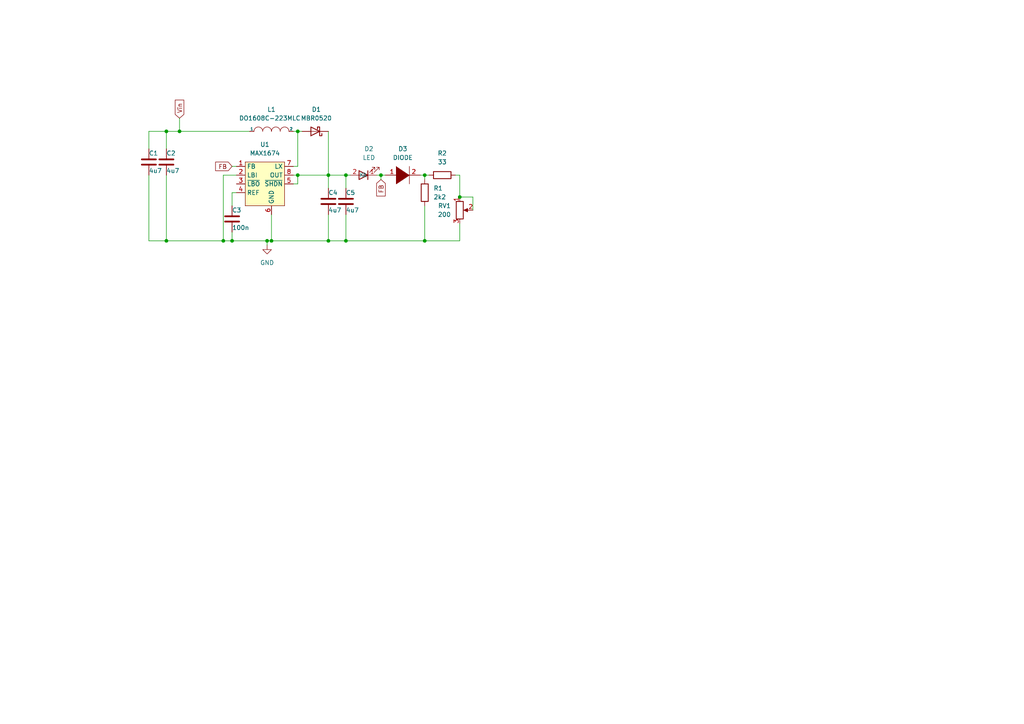
<source format=kicad_sch>
(kicad_sch (version 20230121) (generator eeschema)
  (paper "A4")
  (lib_symbols
    (symbol "Device:C" (pin_numbers hide) (pin_names (offset 0.254))
      (property "Reference" "C" (at 0.635 2.54 0))
      (property "Value" "C" (at 0.635 -2.54 0))
      (symbol "C_0_1"
        (polyline (pts (xy -2.032 -0.762) (xy 2.032 -0.762)) (stroke (width 0.508)))
        (polyline (pts (xy -2.032 0.762) (xy 2.032 0.762)) (stroke (width 0.508)))
      )
      (symbol "C_1_1"
        (pin passive line (at 0 3.81 270) (length 2.794) (name "~") (number "1"))
        (pin passive line (at 0 -3.81 90) (length 2.794) (name "~") (number "2"))
      )
    )
    (symbol "Device:D_Schottky" (pin_numbers hide) (pin_names (offset 1.016) hide)
      (property "Reference" "D" (at 0 2.54 0))
      (property "Value" "D_Schottky" (at 0 -2.54 0))
      (symbol "D_Schottky_0_1"
        (polyline (pts (xy 1.27 0) (xy -1.27 0)))
        (polyline (pts (xy 1.27 1.27) (xy 1.27 -1.27) (xy -1.27 0) (xy 1.27 1.27)) (stroke (width 0.254)))
        (polyline (pts (xy -1.905 0.635) (xy -1.905 1.27) (xy -1.27 1.27) (xy -1.27 -1.27) (xy -0.635 -1.27) (xy -0.635 -0.635)) (stroke (width 0.254)))
      )
      (symbol "D_Schottky_1_1"
        (pin passive line (at -3.81 0 0) (length 2.54) (name "K") (number "1"))
        (pin passive line (at 3.81 0 180) (length 2.54) (name "A") (number "2"))
      )
    )
    (symbol "Device:LED" (pin_names (offset 1.016))
      (property "Reference" "D" (at 0 2.54 0))
      (property "Value" "LED" (at 0 -2.54 0))
      (symbol "LED_0_1"
        (polyline (pts (xy -1.27 -1.27) (xy -1.27 1.27)) (stroke (width 0.254)))
        (polyline (pts (xy -1.27 0) (xy 1.27 0)))
        (polyline (pts (xy 1.27 -1.27) (xy 1.27 1.27) (xy -1.27 0) (xy 1.27 -1.27)) (stroke (width 0.254)))
        (polyline (pts (xy -3.048 -0.762) (xy -4.572 -2.286) (xy -3.81 -2.286) (xy -4.572 -2.286) (xy -4.572 -1.524)))
        (polyline (pts (xy -1.778 -0.762) (xy -3.302 -2.286) (xy -2.54 -2.286) (xy -3.302 -2.286) (xy -3.302 -1.524)))
      )
      (symbol "LED_1_1"
        (pin passive line (at -3.81 0 0) (length 2.54) (name "K") (number "1"))
        (pin passive line (at 3.81 0 180) (length 2.54) (name "A") (number "2"))
      )
    )
    (symbol "Device:R" (pin_numbers hide) (pin_names (offset 0))
      (property "Reference" "R" (at 2.032 0 90))
      (property "Value" "R" (at 0 0 90))
      (symbol "R_0_1"
        (rectangle (start -1.016 -2.54) (end 1.016 2.54) (stroke (width 0.254)))
      )
      (symbol "R_1_1"
        (pin passive line (at 0 3.81 270) (length 1.27) (name "~") (number "1"))
        (pin passive line (at 0 -3.81 90) (length 1.27) (name "~") (number "2"))
      )
    )
    (symbol "Device:R_Potentiometer" (pin_names (offset 1.016) hide)
      (property "Reference" "RV" (at -4.445 0 90))
      (property "Value" "R_Potentiometer" (at -2.54 0 90))
      (symbol "R_Potentiometer_0_1"
        (polyline (pts (xy 2.54 0) (xy 1.524 0)))
        (polyline (pts (xy 1.143 0) (xy 2.286 0.508) (xy 2.286 -0.508) (xy 1.143 0)) (fill (type outline)))
        (rectangle (start 1.016 2.54) (end -1.016 -2.54) (stroke (width 0.254)))
      )
      (symbol "R_Potentiometer_1_1"
        (pin passive line (at 0 3.81 270) (length 1.27) (name "1") (number "1"))
        (pin passive line (at 3.81 0 180) (length 1.27) (name "2") (number "2"))
        (pin passive line (at 0 -3.81 90) (length 1.27) (name "3") (number "3"))
      )
    )
    (symbol "personal2:MAX1674"
      (property "Reference" "U1" (at 0.635 7.62 0))
      (property "Value" "MAX1674" (at 0.635 5.08 0))
      (symbol "MAX1674_0_1"
        (rectangle (start -5.08 2.54) (end 6.35 -10.16) (fill (type background)))
      )
      (symbol "MAX1674_1_1"
        (pin input line (at -7.62 1.27 0) (length 2.54) (name "FB") (number "1"))
        (pin input line (at -7.62 -1.27 0) (length 2.54) (name "LBI") (number "2"))
        (pin input line (at -7.62 -3.81 0) (length 2.54) (name "~{LBO}") (number "3"))
        (pin input line (at -7.62 -6.35 0) (length 2.54) (name "REF") (number "4"))
        (pin input line (at 8.89 -3.81 180) (length 2.54) (name "~{SHDN}") (number "5"))
        (pin input line (at 2.54 -12.7 90) (length 2.54) (name "GND") (number "6"))
        (pin input line (at 8.89 1.27 180) (length 2.54) (name "LX") (number "7"))
        (pin input line (at 8.89 -1.27 180) (length 2.54) (name "OUT") (number "8"))
      )
    )
    (symbol "power:GND" (power) (pin_names (offset 0))
      (property "Value" "GND" (at 0 -3.81 0))
      (symbol "GND_0_1"
        (polyline (pts (xy 0 0) (xy 0 -1.27) (xy 1.27 -1.27) (xy 0 -2.54) (xy -1.27 -1.27) (xy 0 -1.27)))
      )
      (symbol "GND_1_1"
        (pin power_in line (at 0 0 270) (length 0) hide (name "GND") (number "1"))
      )
    )
    (symbol "pspice:DIODE" (pin_names (offset 1.016) hide)
      (property "Reference" "D" (at 0 3.81 0))
      (property "Value" "DIODE" (at 0 -4.445 0))
      (symbol "DIODE_0_1"
        (polyline (pts (xy 1.905 2.54) (xy 1.905 -2.54)))
        (polyline (pts (xy -1.905 2.54) (xy -1.905 -2.54) (xy 1.905 0)) (fill (type outline)))
      )
      (symbol "DIODE_1_1"
        (pin input line (at -5.08 0 0) (length 3.81) (name "K") (number "1"))
        (pin input line (at 5.08 0 180) (length 3.81) (name "A") (number "2"))
      )
    )
    (symbol "pspice:INDUCTOR" (pin_numbers hide) (pin_names (offset 0))
      (property "Reference" "L" (at 0 2.54 0))
      (property "Value" "INDUCTOR" (at 0 -1.27 0))
      (symbol "INDUCTOR_0_1"
        (arc (start -2.54 0) (mid -3.81 1.2645) (end -5.08 0))
        (arc (start 0 0) (mid -1.27 1.2645) (end -2.54 0))
        (arc (start 2.54 0) (mid 1.27 1.2645) (end 0 0))
        (arc (start 5.08 0) (mid 3.81 1.2645) (end 2.54 0))
      )
      (symbol "INDUCTOR_1_1"
        (pin input line (at -6.35 0 0) (length 1.27) (name "1") (number "1"))
        (pin input line (at 6.35 0 180) (length 1.27) (name "2") (number "2"))
      )
    )
  )
  (junction (at 95.25 50.8))
  (junction (at 123.19 50.8))
  (junction (at 52.07 38.1))
  (junction (at 133.35 57.15))
  (junction (at 86.36 38.1))
  (junction (at 48.26 69.85))
  (junction (at 100.33 69.85))
  (junction (at 78.74 69.85))
  (junction (at 123.19 69.85))
  (junction (at 77.47 69.85))
  (junction (at 95.25 69.85))
  (junction (at 48.26 38.1))
  (junction (at 110.49 50.8))
  (junction (at 64.77 69.85))
  (junction (at 100.33 50.8))
  (junction (at 67.31 69.85))
  (junction (at 86.36 50.8))
  (wire (pts (xy 86.36 38.1) (xy 86.36 48.26)))
  (wire (pts (xy 86.36 50.8) (xy 95.25 50.8)))
  (wire (pts (xy 85.09 38.1) (xy 86.36 38.1)))
  (wire (pts (xy 123.19 50.8) (xy 121.92 50.8)))
  (wire (pts (xy 78.74 69.85) (xy 95.25 69.85)))
  (wire (pts (xy 110.49 50.8) (xy 111.76 50.8)))
  (wire (pts (xy 95.25 62.23) (xy 95.25 69.85)))
  (wire (pts (xy 43.18 69.85) (xy 48.26 69.85)))
  (wire (pts (xy 48.26 38.1) (xy 52.07 38.1)))
  (wire (pts (xy 77.47 71.12) (xy 77.47 69.85)))
  (wire (pts (xy 123.19 59.69) (xy 123.19 69.85)))
  (wire (pts (xy 95.25 50.8) (xy 100.33 50.8)))
  (wire (pts (xy 52.07 38.1) (xy 72.39 38.1)))
  (wire (pts (xy 132.08 50.8) (xy 133.35 50.8)))
  (wire (pts (xy 137.16 57.15) (xy 133.35 57.15)))
  (wire (pts (xy 85.09 53.34) (xy 86.36 53.34)))
  (wire (pts (xy 100.33 62.23) (xy 100.33 69.85)))
  (wire (pts (xy 109.22 50.8) (xy 110.49 50.8)))
  (wire (pts (xy 67.31 69.85) (xy 77.47 69.85)))
  (wire (pts (xy 52.07 34.29) (xy 52.07 38.1)))
  (wire (pts (xy 100.33 69.85) (xy 123.19 69.85)))
  (wire (pts (xy 64.77 50.8) (xy 64.77 69.85)))
  (wire (pts (xy 48.26 38.1) (xy 48.26 43.18)))
  (wire (pts (xy 68.58 50.8) (xy 64.77 50.8)))
  (wire (pts (xy 133.35 69.85) (xy 133.35 64.77)))
  (wire (pts (xy 110.49 50.8) (xy 110.49 52.07)))
  (wire (pts (xy 100.33 54.61) (xy 100.33 50.8)))
  (wire (pts (xy 86.36 38.1) (xy 87.63 38.1)))
  (wire (pts (xy 64.77 69.85) (xy 67.31 69.85)))
  (wire (pts (xy 67.31 55.88) (xy 68.58 55.88)))
  (wire (pts (xy 123.19 50.8) (xy 124.46 50.8)))
  (wire (pts (xy 100.33 69.85) (xy 95.25 69.85)))
  (wire (pts (xy 67.31 48.26) (xy 68.58 48.26)))
  (wire (pts (xy 85.09 50.8) (xy 86.36 50.8)))
  (wire (pts (xy 85.09 48.26) (xy 86.36 48.26)))
  (wire (pts (xy 43.18 50.8) (xy 43.18 69.85)))
  (wire (pts (xy 137.16 60.96) (xy 137.16 57.15)))
  (wire (pts (xy 95.25 38.1) (xy 95.25 50.8)))
  (wire (pts (xy 48.26 50.8) (xy 48.26 69.85)))
  (wire (pts (xy 86.36 53.34) (xy 86.36 50.8)))
  (wire (pts (xy 101.6 50.8) (xy 100.33 50.8)))
  (wire (pts (xy 67.31 67.31) (xy 67.31 69.85)))
  (wire (pts (xy 78.74 69.85) (xy 77.47 69.85)))
  (wire (pts (xy 43.18 38.1) (xy 48.26 38.1)))
  (wire (pts (xy 95.25 54.61) (xy 95.25 50.8)))
  (wire (pts (xy 123.19 69.85) (xy 133.35 69.85)))
  (wire (pts (xy 43.18 38.1) (xy 43.18 43.18)))
  (wire (pts (xy 67.31 59.69) (xy 67.31 55.88)))
  (wire (pts (xy 78.74 62.23) (xy 78.74 69.85)))
  (wire (pts (xy 123.19 50.8) (xy 123.19 52.07)))
  (wire (pts (xy 133.35 57.15) (xy 133.35 50.8)))
  (wire (pts (xy 48.26 69.85) (xy 64.77 69.85)))
  (global_label "Vin" (shape input) (at 52.07 34.29 90) (property "Intersheetrefs" "${INTERSHEET_REFS}" (effects hide)))
  (global_label "FB" (shape input) (at 110.49 52.07 270) (property "Intersheetrefs" "${INTERSHEET_REFS}" (effects hide)))
  (global_label "FB" (shape input) (at 67.31 48.26 180) (property "Intersheetrefs" "${INTERSHEET_REFS}" (effects hide)))
  (symbol (lib_id "Device:C") (at 67.31 63.5 0) (unit 1)
    (property "Reference" "C3" (at 67.31 60.96 0) (effects (justify left)))
    (property "Value" "100n" (at 67.31 66.04 0) (effects (justify left)))
    (property "Footprint" "Capacitor_SMD:C_0603_1608Metric" (effects hide))
  )
  (symbol (lib_id "pspice:INDUCTOR") (at 78.74 38.1 0) (unit 1)
    (property "Reference" "L1" (at 78.74 31.75 0))
    (property "Value" "DO1608C-223MLC " (at 78.74 34.29 0))
    (property "Footprint" "Personal:DO1608C" (effects hide))
  )
  (symbol (lib_id "Device:C") (at 43.18 46.99 0) (unit 1)
    (property "Reference" "C1" (at 43.18 44.45 0) (effects (justify left)))
    (property "Value" "4u7" (at 43.18 49.53 0) (effects (justify left)))
    (property "Footprint" "Capacitor_SMD:C_0603_1608Metric" (effects hide))
  )
  (symbol (lib_id "pspice:DIODE") (at 116.84 50.8 0) (unit 1)
    (property "Reference" "D3" (at 116.84 43.18 0))
    (property "Value" "DIODE" (at 116.84 45.72 0))
    (property "Footprint" "Diode_SMD:D_MELF" (effects hide))
  )
  (symbol (lib_id "Device:LED") (at 105.41 50.8 180) (unit 1)
    (property "Reference" "D2" (at 106.9975 43.18 0))
    (property "Value" "LED" (at 106.9975 45.72 0))
    (property "Footprint" "Personal:LEDRD254W50D405H508" (effects hide))
  )
  (symbol (lib_id "Device:D_Schottky") (at 91.44 38.1 180) (unit 1)
    (property "Reference" "D1" (at 91.7575 31.75 0))
    (property "Value" "MBR0520" (at 91.7575 34.29 0))
    (property "Footprint" "Diode_SMD:D_SOD-123" (effects hide))
  )
  (symbol (lib_id "personal2:MAX1674") (at 76.2 49.53 0) (unit 1)
    (property "Reference" "U1" (at 76.835 41.91 0))
    (property "Value" "MAX1674" (at 76.835 44.45 0))
    (property "Footprint" "Personal:SOP50P490X110-8N" (effects hide))
  )
  (symbol (lib_id "Device:C") (at 95.25 58.42 0) (unit 1)
    (property "Reference" "C4" (at 95.25 55.88 0) (effects (justify left)))
    (property "Value" "4u7" (at 95.25 60.96 0) (effects (justify left)))
    (property "Footprint" "Capacitor_SMD:C_0603_1608Metric" (effects hide))
  )
  (symbol (lib_id "power:GND") (at 77.47 71.12 0) (unit 1)
    (property "Reference" "#PWR01" (effects hide))
    (property "Value" "GND" (at 77.47 76.2 0))
  )
  (symbol (lib_id "Device:C") (at 48.26 46.99 0) (unit 1)
    (property "Reference" "C2" (at 48.26 44.45 0) (effects (justify left)))
    (property "Value" "4u7" (at 48.26 49.53 0) (effects (justify left)))
    (property "Footprint" "Capacitor_SMD:C_0603_1608Metric" (effects hide))
  )
  (symbol (lib_id "Device:R") (at 123.19 55.88 0) (unit 1)
    (property "Reference" "R1" (at 125.73 54.6099 0) (effects (justify left)))
    (property "Value" "2k2" (at 125.73 57.1499 0) (effects (justify left)))
    (property "Footprint" "Resistor_SMD:R_0603_1608Metric" (effects hide))
  )
  (symbol (lib_id "Device:R_Potentiometer") (at 133.35 60.96 0) (unit 1)
    (property "Reference" "RV1" (at 130.81 59.6899 0) (effects (justify right)))
    (property "Value" "200" (at 130.81 62.2299 0) (effects (justify right)))
    (property "Footprint" "Personal:PANASONIC_EVM3YSX50B52" (effects hide))
  )
  (symbol (lib_id "Device:C") (at 100.33 58.42 0) (unit 1)
    (property "Reference" "C5" (at 100.33 55.88 0) (effects (justify left)))
    (property "Value" "4u7" (at 100.33 60.96 0) (effects (justify left)))
    (property "Footprint" "Capacitor_SMD:C_0603_1608Metric" (effects hide))
  )
  (symbol (lib_id "Device:R") (at 128.27 50.8 90) (unit 1)
    (property "Reference" "R2" (at 128.27 44.45 90))
    (property "Value" "33" (at 128.27 46.99 90))
    (property "Footprint" "Resistor_SMD:R_0603_1608Metric" (effects hide))
  )
)
</source>
